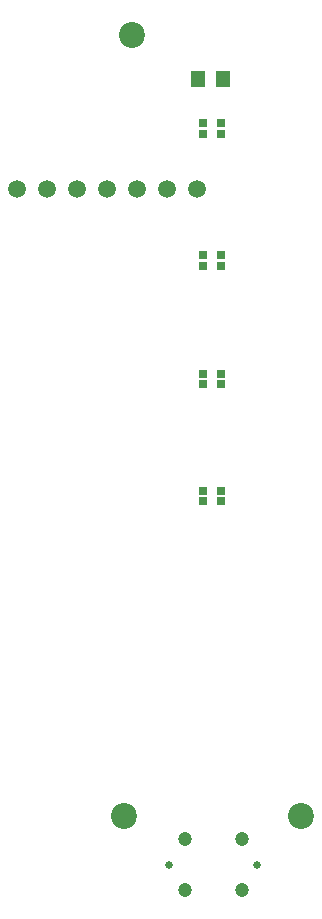
<source format=gbr>
%TF.GenerationSoftware,KiCad,Pcbnew,8.0.8*%
%TF.CreationDate,2025-03-31T21:39:46-04:00*%
%TF.ProjectId,vindriktrning-esp32-s3,76696e64-7269-46b7-9472-6e696e672d65,rev?*%
%TF.SameCoordinates,Original*%
%TF.FileFunction,Soldermask,Bot*%
%TF.FilePolarity,Negative*%
%FSLAX46Y46*%
G04 Gerber Fmt 4.6, Leading zero omitted, Abs format (unit mm)*
G04 Created by KiCad (PCBNEW 8.0.8) date 2025-03-31 21:39:46*
%MOMM*%
%LPD*%
G01*
G04 APERTURE LIST*
%ADD10C,1.500000*%
%ADD11C,2.200000*%
%ADD12C,1.200000*%
%ADD13C,0.650000*%
%ADD14R,0.800000X0.650000*%
%ADD15R,1.300000X1.400000*%
G04 APERTURE END LIST*
D10*
%TO.C,IC1*%
X85725000Y-92800000D03*
X88265000Y-92800000D03*
X90805000Y-92800000D03*
X93345000Y-92800000D03*
X95885000Y-92800000D03*
X98425000Y-92800000D03*
X100965000Y-92800000D03*
%TD*%
D11*
%TO.C,H3*%
X94825000Y-145950000D03*
%TD*%
%TO.C,H1*%
X95525000Y-79750000D03*
%TD*%
D12*
%TO.C,USB1*%
X104775000Y-152175000D03*
X104775000Y-147875000D03*
X99975000Y-152175000D03*
X99975000Y-147875000D03*
D13*
X106125000Y-150025000D03*
X98625000Y-150025000D03*
%TD*%
D11*
%TO.C,H2*%
X109825000Y-145950000D03*
%TD*%
D14*
%TO.C,LED1*%
X101550000Y-119275000D03*
X103050000Y-119275000D03*
X101550000Y-118375000D03*
X103050000Y-118375000D03*
%TD*%
D15*
%TO.C,U1*%
X103170000Y-83490000D03*
X101070000Y-83490000D03*
%TD*%
D14*
%TO.C,LED2*%
X103050000Y-108450000D03*
X101550000Y-108450000D03*
X103050000Y-109350000D03*
X101550000Y-109350000D03*
%TD*%
%TO.C,LED4*%
X103050000Y-87275000D03*
X101550000Y-87275000D03*
X103050000Y-88175000D03*
X101550000Y-88175000D03*
%TD*%
%TO.C,LED3*%
X103050000Y-98450000D03*
X101550000Y-98450000D03*
X103050000Y-99350000D03*
X101550000Y-99350000D03*
%TD*%
M02*

</source>
